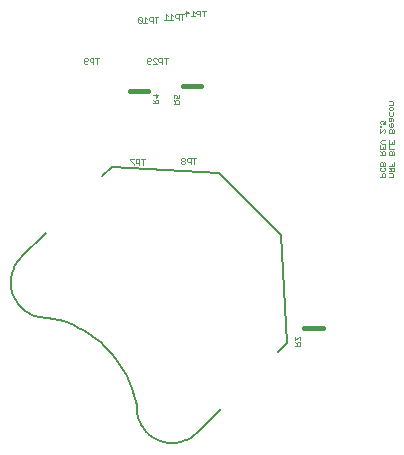
<source format=gbo>
G75*
G70*
%OFA0B0*%
%FSLAX24Y24*%
%IPPOS*%
%LPD*%
%AMOC8*
5,1,8,0,0,1.08239X$1,22.5*
%
%ADD10C,0.0020*%
%ADD11C,0.0160*%
%ADD12C,0.0010*%
%ADD13C,0.0080*%
D10*
X006975Y013571D02*
X007155Y013571D01*
X007155Y013661D01*
X007125Y013691D01*
X007065Y013691D01*
X007035Y013661D01*
X007035Y013571D01*
X007035Y013631D02*
X006975Y013691D01*
X007065Y013755D02*
X007065Y013876D01*
X007155Y013846D02*
X007065Y013755D01*
X006975Y013846D02*
X007155Y013846D01*
X007659Y013827D02*
X007659Y013767D01*
X007689Y013737D01*
X007750Y013737D02*
X007780Y013797D01*
X007780Y013827D01*
X007750Y013857D01*
X007689Y013857D01*
X007659Y013827D01*
X007750Y013737D02*
X007840Y013737D01*
X007840Y013857D01*
X007810Y013673D02*
X007750Y013673D01*
X007720Y013643D01*
X007720Y013553D01*
X007720Y013613D02*
X007659Y013673D01*
X007659Y013553D02*
X007840Y013553D01*
X007840Y013643D01*
X007810Y013673D01*
X011707Y005793D02*
X011707Y005672D01*
X011827Y005793D01*
X011857Y005793D01*
X011887Y005762D01*
X011887Y005702D01*
X011857Y005672D01*
X011857Y005608D02*
X011797Y005608D01*
X011767Y005578D01*
X011767Y005488D01*
X011767Y005548D02*
X011707Y005608D01*
X011707Y005488D02*
X011887Y005488D01*
X011887Y005578D01*
X011857Y005608D01*
X014538Y011125D02*
X014718Y011125D01*
X014718Y011215D01*
X014688Y011245D01*
X014628Y011245D01*
X014598Y011215D01*
X014598Y011125D01*
X014568Y011309D02*
X014538Y011339D01*
X014538Y011399D01*
X014568Y011429D01*
X014538Y011493D02*
X014538Y011583D01*
X014568Y011613D01*
X014598Y011613D01*
X014628Y011583D01*
X014628Y011493D01*
X014688Y011429D02*
X014718Y011399D01*
X014718Y011339D01*
X014688Y011309D01*
X014568Y011309D01*
X014538Y011493D02*
X014718Y011493D01*
X014718Y011583D01*
X014688Y011613D01*
X014658Y011613D01*
X014628Y011583D01*
X014838Y011493D02*
X015018Y011493D01*
X015018Y011613D01*
X014928Y011553D02*
X014928Y011493D01*
X014928Y011429D02*
X014898Y011399D01*
X014898Y011309D01*
X014838Y011309D02*
X015018Y011309D01*
X015018Y011399D01*
X014988Y011429D01*
X014928Y011429D01*
X014898Y011369D02*
X014838Y011429D01*
X014838Y011245D02*
X014928Y011245D01*
X014958Y011215D01*
X014958Y011125D01*
X014838Y011125D01*
X014838Y011862D02*
X014838Y011952D01*
X014868Y011982D01*
X014898Y011982D01*
X014928Y011952D01*
X014928Y011862D01*
X014928Y011952D02*
X014958Y011982D01*
X014988Y011982D01*
X015018Y011952D01*
X015018Y011862D01*
X014838Y011862D01*
X014718Y011862D02*
X014718Y011952D01*
X014688Y011982D01*
X014628Y011982D01*
X014598Y011952D01*
X014598Y011862D01*
X014598Y011922D02*
X014538Y011982D01*
X014538Y012046D02*
X014538Y012166D01*
X014598Y012230D02*
X014538Y012290D01*
X014598Y012350D01*
X014718Y012350D01*
X014718Y012230D02*
X014598Y012230D01*
X014628Y012106D02*
X014628Y012046D01*
X014718Y012046D02*
X014538Y012046D01*
X014538Y011862D02*
X014718Y011862D01*
X014718Y012046D02*
X014718Y012166D01*
X014838Y012166D02*
X014838Y012046D01*
X015018Y012046D01*
X015018Y012230D02*
X014838Y012230D01*
X014838Y012350D01*
X014928Y012290D02*
X014928Y012230D01*
X015018Y012230D02*
X015018Y012350D01*
X015018Y012598D02*
X015018Y012688D01*
X014988Y012718D01*
X014958Y012718D01*
X014928Y012688D01*
X014928Y012598D01*
X014838Y012598D02*
X014838Y012688D01*
X014868Y012718D01*
X014898Y012718D01*
X014928Y012688D01*
X014928Y012782D02*
X014958Y012812D01*
X014958Y012872D01*
X014928Y012902D01*
X014898Y012902D01*
X014898Y012782D01*
X014868Y012782D02*
X014928Y012782D01*
X014868Y012782D02*
X014838Y012812D01*
X014838Y012872D01*
X014868Y012966D02*
X014838Y012997D01*
X014838Y013087D01*
X014928Y013087D01*
X014958Y013057D01*
X014958Y012997D01*
X014898Y012997D02*
X014898Y013087D01*
X014868Y013151D02*
X014838Y013181D01*
X014838Y013271D01*
X014868Y013335D02*
X014838Y013365D01*
X014838Y013425D01*
X014868Y013455D01*
X014928Y013455D01*
X014958Y013425D01*
X014958Y013365D01*
X014928Y013335D01*
X014868Y013335D01*
X014958Y013271D02*
X014958Y013181D01*
X014928Y013151D01*
X014868Y013151D01*
X014898Y012997D02*
X014868Y012966D01*
X014718Y012995D02*
X014718Y012874D01*
X014628Y012874D01*
X014658Y012934D01*
X014658Y012964D01*
X014628Y012995D01*
X014568Y012995D01*
X014538Y012964D01*
X014538Y012904D01*
X014568Y012874D01*
X014568Y012812D02*
X014538Y012812D01*
X014538Y012782D01*
X014568Y012782D01*
X014568Y012812D01*
X014538Y012718D02*
X014538Y012598D01*
X014658Y012718D01*
X014688Y012718D01*
X014718Y012688D01*
X014718Y012628D01*
X014688Y012598D01*
X014838Y012598D02*
X015018Y012598D01*
X014958Y013519D02*
X014838Y013519D01*
X014838Y013639D02*
X014928Y013639D01*
X014958Y013609D01*
X014958Y013519D01*
D11*
X012647Y006087D02*
X012017Y006087D01*
X006817Y013997D02*
X006217Y013997D01*
X007977Y014147D02*
X008577Y014147D01*
D12*
X007398Y014892D02*
X007398Y015082D01*
X007335Y015082D02*
X007462Y015082D01*
X007277Y015082D02*
X007277Y014892D01*
X007277Y014955D02*
X007182Y014955D01*
X007151Y014987D01*
X007151Y015050D01*
X007182Y015082D01*
X007277Y015082D01*
X007093Y015050D02*
X007062Y015082D01*
X006998Y015082D01*
X006966Y015050D01*
X006966Y015018D01*
X007093Y014892D01*
X006966Y014892D01*
X006909Y014923D02*
X006877Y014892D01*
X006814Y014892D01*
X006782Y014923D01*
X006782Y015050D01*
X006814Y015082D01*
X006877Y015082D01*
X006909Y015050D01*
X006909Y015018D01*
X006877Y014987D01*
X006782Y014987D01*
X006783Y016252D02*
X006656Y016252D01*
X006720Y016252D02*
X006720Y016442D01*
X006783Y016378D01*
X006841Y016347D02*
X006872Y016315D01*
X006967Y016315D01*
X006967Y016252D02*
X006967Y016442D01*
X006872Y016442D01*
X006841Y016410D01*
X006841Y016347D01*
X007025Y016442D02*
X007152Y016442D01*
X007088Y016442D02*
X007088Y016252D01*
X007332Y016342D02*
X007459Y016342D01*
X007516Y016342D02*
X007643Y016342D01*
X007580Y016342D02*
X007580Y016532D01*
X007643Y016468D01*
X007701Y016437D02*
X007732Y016405D01*
X007827Y016405D01*
X007827Y016342D02*
X007827Y016532D01*
X007732Y016532D01*
X007701Y016500D01*
X007701Y016437D01*
X007885Y016532D02*
X008012Y016532D01*
X008052Y016567D02*
X008179Y016567D01*
X008084Y016662D01*
X008084Y016472D01*
X007948Y016532D02*
X007948Y016342D01*
X008236Y016472D02*
X008363Y016472D01*
X008300Y016472D02*
X008300Y016662D01*
X008363Y016598D01*
X008421Y016567D02*
X008452Y016535D01*
X008547Y016535D01*
X008547Y016472D02*
X008547Y016662D01*
X008452Y016662D01*
X008421Y016630D01*
X008421Y016567D01*
X008605Y016662D02*
X008732Y016662D01*
X008668Y016662D02*
X008668Y016472D01*
X007459Y016468D02*
X007396Y016532D01*
X007396Y016342D01*
X006599Y016283D02*
X006472Y016410D01*
X006472Y016283D01*
X006504Y016252D01*
X006567Y016252D01*
X006599Y016283D01*
X006599Y016410D01*
X006567Y016442D01*
X006504Y016442D01*
X006472Y016410D01*
X005172Y015072D02*
X005045Y015072D01*
X004987Y015072D02*
X004987Y014882D01*
X004987Y014945D02*
X004892Y014945D01*
X004861Y014977D01*
X004861Y015040D01*
X004892Y015072D01*
X004987Y015072D01*
X005108Y015072D02*
X005108Y014882D01*
X004803Y014913D02*
X004772Y014882D01*
X004708Y014882D01*
X004676Y014913D01*
X004676Y015040D01*
X004708Y015072D01*
X004772Y015072D01*
X004803Y015040D01*
X004803Y015008D01*
X004772Y014977D01*
X004676Y014977D01*
X006206Y011702D02*
X006206Y011670D01*
X006333Y011543D01*
X006333Y011512D01*
X006422Y011575D02*
X006391Y011607D01*
X006391Y011670D01*
X006422Y011702D01*
X006517Y011702D01*
X006517Y011512D01*
X006517Y011575D02*
X006422Y011575D01*
X006333Y011702D02*
X006206Y011702D01*
X006575Y011702D02*
X006702Y011702D01*
X006638Y011702D02*
X006638Y011512D01*
X007916Y011593D02*
X007948Y011562D01*
X008012Y011562D01*
X008043Y011593D01*
X008043Y011625D01*
X008012Y011657D01*
X007948Y011657D01*
X007916Y011625D01*
X007916Y011593D01*
X007948Y011657D02*
X007916Y011688D01*
X007916Y011720D01*
X007948Y011752D01*
X008012Y011752D01*
X008043Y011720D01*
X008043Y011688D01*
X008012Y011657D01*
X008101Y011657D02*
X008132Y011625D01*
X008227Y011625D01*
X008227Y011562D02*
X008227Y011752D01*
X008132Y011752D01*
X008101Y011720D01*
X008101Y011657D01*
X008285Y011752D02*
X008412Y011752D01*
X008348Y011752D02*
X008348Y011562D01*
D13*
X003479Y006430D02*
X003653Y006395D01*
X003825Y006351D01*
X003995Y006299D01*
X004163Y006239D01*
X004327Y006170D01*
X004487Y006094D01*
X004644Y006010D01*
X004796Y005919D01*
X004944Y005820D01*
X005087Y005714D01*
X005224Y005601D01*
X005356Y005482D01*
X005482Y005356D01*
X005601Y005224D01*
X005714Y005087D01*
X005820Y004944D01*
X005919Y004796D01*
X006010Y004644D01*
X006094Y004487D01*
X006170Y004327D01*
X006239Y004163D01*
X006299Y003995D01*
X006351Y003825D01*
X006395Y003653D01*
X006430Y003479D01*
X006430Y003480D02*
X006429Y003413D01*
X006432Y003345D01*
X006439Y003279D01*
X006449Y003212D01*
X006463Y003147D01*
X006481Y003082D01*
X006503Y003019D01*
X006528Y002956D01*
X006557Y002896D01*
X006589Y002837D01*
X006624Y002780D01*
X006662Y002725D01*
X006704Y002672D01*
X006749Y002622D01*
X006796Y002574D01*
X006846Y002529D01*
X006898Y002488D01*
X006953Y002449D01*
X007010Y002413D01*
X007069Y002381D01*
X007129Y002352D01*
X007191Y002326D01*
X007255Y002304D01*
X007319Y002286D01*
X007385Y002271D01*
X007451Y002261D01*
X007518Y002253D01*
X007585Y002250D01*
X007652Y002251D01*
X007719Y002255D01*
X007785Y002263D01*
X007851Y002275D01*
X007917Y002291D01*
X007981Y002311D01*
X008044Y002334D01*
X008106Y002360D01*
X008166Y002390D01*
X008224Y002424D01*
X008280Y002460D01*
X008334Y002500D01*
X008386Y002543D01*
X008435Y002589D01*
X008434Y002588D02*
X009242Y003396D01*
X011135Y005289D02*
X011441Y005595D01*
X011238Y009178D01*
X009178Y011238D01*
X005595Y011441D01*
X005289Y011135D01*
X003396Y009242D02*
X002588Y008434D01*
X002589Y008434D02*
X002541Y008386D01*
X002497Y008334D01*
X002456Y008281D01*
X002418Y008225D01*
X002383Y008166D01*
X002351Y008106D01*
X002324Y008045D01*
X002299Y007981D01*
X002279Y007917D01*
X002262Y007851D01*
X002249Y007784D01*
X002240Y007717D01*
X002235Y007650D01*
X002234Y007582D01*
X002237Y007514D01*
X002244Y007447D01*
X002254Y007380D01*
X002269Y007314D01*
X002287Y007248D01*
X002309Y007184D01*
X002335Y007122D01*
X002364Y007061D01*
X002397Y007001D01*
X002433Y006944D01*
X002472Y006889D01*
X002515Y006836D01*
X002561Y006786D01*
X002609Y006739D01*
X002660Y006694D01*
X002714Y006652D01*
X002769Y006614D01*
X002827Y006579D01*
X002887Y006547D01*
X002949Y006519D01*
X003012Y006495D01*
X003077Y006474D01*
X003142Y006457D01*
X003209Y006444D01*
X003276Y006435D01*
X003344Y006429D01*
X003411Y006428D01*
X003479Y006431D01*
M02*

</source>
